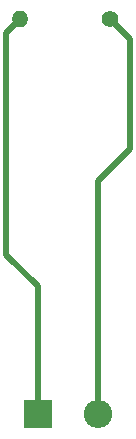
<source format=gbr>
%TF.GenerationSoftware,KiCad,Pcbnew,8.0.9*%
%TF.CreationDate,2025-06-18T22:35:42+02:00*%
%TF.ProjectId,resistor_led,72657369-7374-46f7-925f-6c65642e6b69,rev?*%
%TF.SameCoordinates,Original*%
%TF.FileFunction,Copper,L2,Bot*%
%TF.FilePolarity,Positive*%
%FSLAX46Y46*%
G04 Gerber Fmt 4.6, Leading zero omitted, Abs format (unit mm)*
G04 Created by KiCad (PCBNEW 8.0.9) date 2025-06-18 22:35:42*
%MOMM*%
%LPD*%
G01*
G04 APERTURE LIST*
%TA.AperFunction,ComponentPad*%
%ADD10C,1.400000*%
%TD*%
%TA.AperFunction,ComponentPad*%
%ADD11O,1.400000X1.400000*%
%TD*%
%TA.AperFunction,ComponentPad*%
%ADD12R,2.400000X2.400000*%
%TD*%
%TA.AperFunction,ComponentPad*%
%ADD13O,2.400000X2.400000*%
%TD*%
%TA.AperFunction,Conductor*%
%ADD14C,0.500000*%
%TD*%
G04 APERTURE END LIST*
D10*
%TO.P,R1,1*%
%TO.N,Net-(D1-A)*%
X169810000Y-48000000D03*
D11*
%TO.P,R1,2*%
%TO.N,Net-(D1-K)*%
X162190000Y-48000000D03*
%TD*%
D12*
%TO.P,D1,1,K*%
%TO.N,Net-(D1-K)*%
X163660000Y-81500000D03*
D13*
%TO.P,D1,2,A*%
%TO.N,Net-(D1-A)*%
X168740000Y-81500000D03*
%TD*%
D14*
%TO.N,Net-(D1-K)*%
X161000000Y-49190000D02*
X162190000Y-48000000D01*
X161000000Y-68000000D02*
X161000000Y-49190000D01*
X163660000Y-70660000D02*
X161000000Y-68000000D01*
X163660000Y-81500000D02*
X163660000Y-70660000D01*
%TO.N,Net-(D1-A)*%
X171500000Y-49690000D02*
X169810000Y-48000000D01*
X168740000Y-61760000D02*
X171500000Y-59000000D01*
X168740000Y-81500000D02*
X168740000Y-61760000D01*
X171500000Y-59000000D02*
X171500000Y-49690000D01*
%TD*%
M02*

</source>
